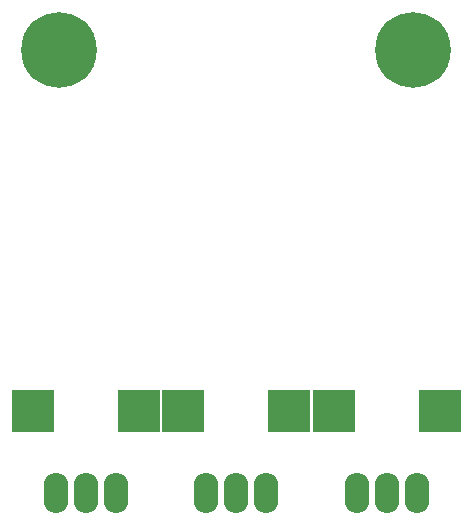
<source format=gbr>
%TF.GenerationSoftware,KiCad,Pcbnew,4.0.7-e2-6376~58~ubuntu16.04.1*%
%TF.CreationDate,2018-10-07T23:02:28+08:00*%
%TF.ProjectId,DVDBreakOut,445644427265616B4F75742E6B696361,rev?*%
%TF.FileFunction,Soldermask,Bot*%
%FSLAX46Y46*%
G04 Gerber Fmt 4.6, Leading zero omitted, Abs format (unit mm)*
G04 Created by KiCad (PCBNEW 4.0.7-e2-6376~58~ubuntu16.04.1) date Sun Oct  7 23:02:28 2018*
%MOMM*%
%LPD*%
G01*
G04 APERTURE LIST*
%ADD10C,0.100000*%
%ADD11C,6.400000*%
%ADD12R,3.600000X3.600000*%
%ADD13O,2.076400X3.400000*%
G04 APERTURE END LIST*
D10*
D11*
X84250000Y-60750000D03*
X114250000Y-60750000D03*
D12*
X82000000Y-91250000D03*
X91000000Y-91250000D03*
D13*
X89040000Y-98250000D03*
X86500000Y-98250000D03*
X83960000Y-98250000D03*
X96710000Y-98250000D03*
X99250000Y-98250000D03*
X101790000Y-98250000D03*
D12*
X103750000Y-91250000D03*
X94750000Y-91250000D03*
D13*
X109460000Y-98250000D03*
X112000000Y-98250000D03*
X114540000Y-98250000D03*
D12*
X116500000Y-91250000D03*
X107500000Y-91250000D03*
M02*

</source>
